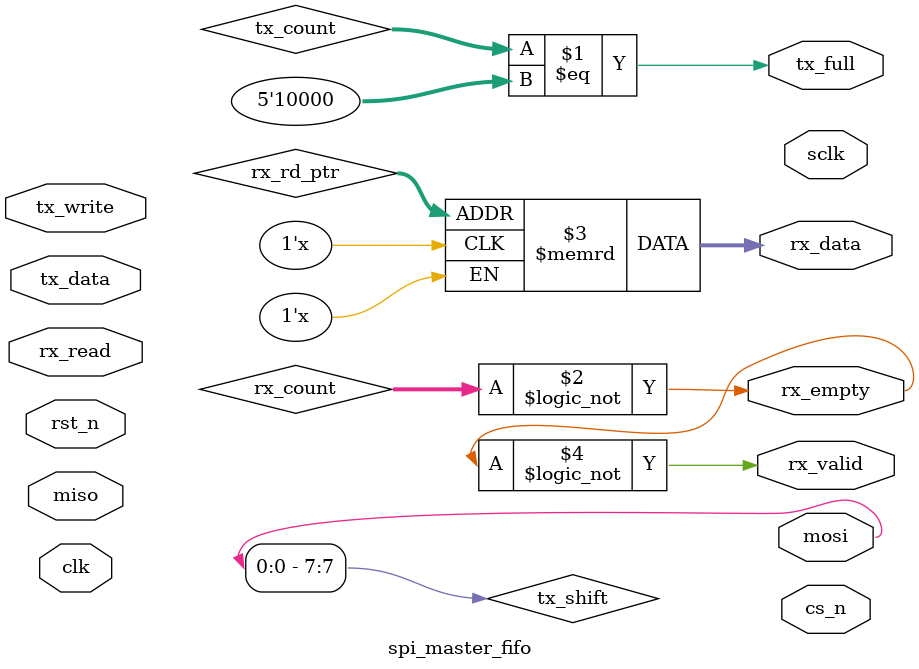
<source format=sv>
module spi_master_fifo #(
    parameter FIFO_DEPTH = 16,
    parameter DATA_WIDTH = 8
)(
    input clk, rst_n,
    
    // FIFO interface
    input [DATA_WIDTH-1:0] tx_data,
    input tx_write,
    output tx_full,
    output [DATA_WIDTH-1:0] rx_data,
    output rx_valid,
    input rx_read,
    output rx_empty,
    
    // SPI interface
    output reg sclk,
    output reg cs_n,
    output mosi,
    input miso
);
    // FIFO signals
    reg [DATA_WIDTH-1:0] tx_fifo [0:FIFO_DEPTH-1];
    reg [DATA_WIDTH-1:0] rx_fifo [0:FIFO_DEPTH-1];
    reg [$clog2(FIFO_DEPTH):0] tx_count, rx_count;
    reg [$clog2(FIFO_DEPTH)-1:0] tx_rd_ptr, tx_wr_ptr;
    reg [$clog2(FIFO_DEPTH)-1:0] rx_rd_ptr, rx_wr_ptr;
    
    // SPI signals
    reg [DATA_WIDTH-1:0] tx_shift, rx_shift;
    reg [$clog2(DATA_WIDTH):0] bit_count;
    reg spi_active, sclk_en;
    
    // FIFO status signals
    assign tx_full = (tx_count == FIFO_DEPTH);
    assign rx_empty = (rx_count == 0);
    
    // SPI signals
    assign mosi = tx_shift[DATA_WIDTH-1];
    
    // FIFO read data
    assign rx_data = rx_fifo[rx_rd_ptr];
    assign rx_valid = !rx_empty;
    
    // Main state machine would be implemented here
    
    // FIFO control logic would be implemented here
    
    // SPI transfer logic would be implemented here
    
endmodule
</source>
